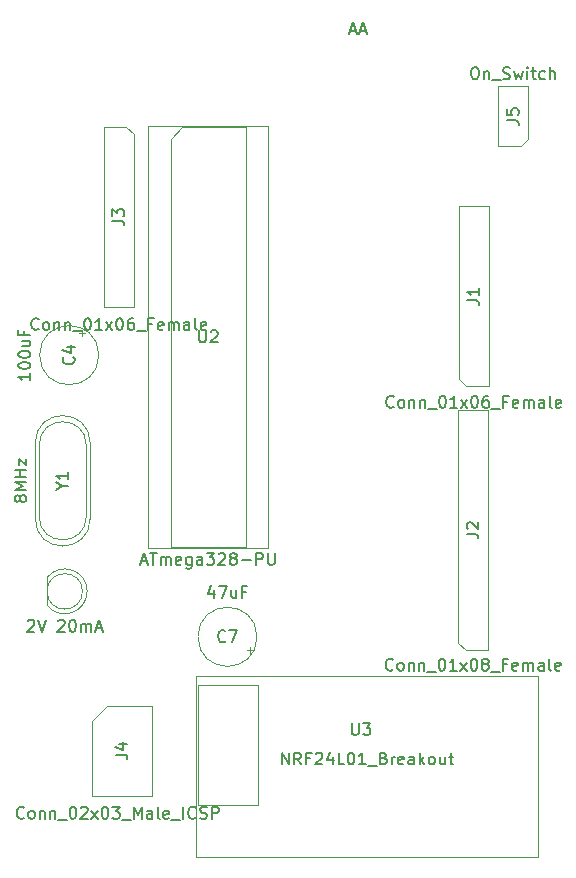
<source format=gbr>
G04 #@! TF.GenerationSoftware,KiCad,Pcbnew,5.0.1-33cea8e~68~ubuntu18.04.1*
G04 #@! TF.CreationDate,2018-11-21T16:18:05-05:00*
G04 #@! TF.ProjectId,samn,73616D6E2E6B696361645F7063620000,5*
G04 #@! TF.SameCoordinates,Original*
G04 #@! TF.FileFunction,Other,Fab,Top*
%FSLAX46Y46*%
G04 Gerber Fmt 4.6, Leading zero omitted, Abs format (unit mm)*
G04 Created by KiCad (PCBNEW 5.0.1-33cea8e~68~ubuntu18.04.1) date Wed 21 Nov 2018 04:18:05 PM EST*
%MOMM*%
%LPD*%
G01*
G04 APERTURE LIST*
%ADD10C,0.100000*%
%ADD11C,0.150000*%
G04 APERTURE END LIST*
D10*
G04 #@! TO.C,J5*
X64285000Y-30620000D02*
X62380000Y-30620000D01*
X62380000Y-30620000D02*
X62380000Y-25540000D01*
X62380000Y-25540000D02*
X64920000Y-25540000D01*
X64920000Y-25540000D02*
X64920000Y-29985000D01*
X64920000Y-29985000D02*
X64285000Y-30620000D01*
G04 #@! TO.C,U3*
X36750000Y-75500000D02*
X65750000Y-75500000D01*
X65750000Y-75500000D02*
X65750000Y-90750000D01*
X65750000Y-90750000D02*
X36750000Y-90750000D01*
X36750000Y-90750000D02*
X36750000Y-75500000D01*
X36750000Y-75500000D02*
X36750000Y-75500000D01*
X36980000Y-76230000D02*
X42060000Y-76230000D01*
X42060000Y-76230000D02*
X42060000Y-86390000D01*
X42060000Y-86390000D02*
X36980000Y-86390000D01*
X36980000Y-86390000D02*
X36980000Y-76230000D01*
X36980000Y-76230000D02*
X36980000Y-76230000D01*
G04 #@! TO.C,J4*
X27980000Y-79250000D02*
X29250000Y-77980000D01*
X27980000Y-85600000D02*
X27980000Y-79250000D01*
X33060000Y-85600000D02*
X27980000Y-85600000D01*
X33060000Y-77980000D02*
X33060000Y-85600000D01*
X29250000Y-77980000D02*
X33060000Y-77980000D01*
G04 #@! TO.C,LED_I1*
X24170000Y-67133810D02*
X24170000Y-69466190D01*
X27170000Y-68300000D02*
G75*
G03X27170000Y-68300000I-1500000J0D01*
G01*
X24169445Y-69465476D02*
G75*
G03X24170000Y-67133810I1500555J1165476D01*
G01*
G04 #@! TO.C,Y1*
X23500000Y-61940000D02*
G75*
G03X27500000Y-61940000I2000000J0D01*
G01*
X23500000Y-55940000D02*
G75*
G02X27500000Y-55940000I2000000J0D01*
G01*
X23175000Y-62140000D02*
G75*
G03X27825000Y-62140000I2325000J0D01*
G01*
X23175000Y-55740000D02*
G75*
G02X27825000Y-55740000I2325000J0D01*
G01*
X23500000Y-55940000D02*
X23500000Y-61940000D01*
X27500000Y-55940000D02*
X27500000Y-61940000D01*
X23175000Y-55740000D02*
X23175000Y-62140000D01*
X27825000Y-55740000D02*
X27825000Y-62140000D01*
G04 #@! TO.C,C4*
X27387500Y-46416395D02*
X26887500Y-46416395D01*
X27137500Y-46166395D02*
X27137500Y-46666395D01*
X28550000Y-48300000D02*
G75*
G03X28550000Y-48300000I-2500000J0D01*
G01*
G04 #@! TO.C,C7*
X41333605Y-73487500D02*
X41333605Y-72987500D01*
X41583605Y-73237500D02*
X41083605Y-73237500D01*
X41950000Y-72150000D02*
G75*
G03X41950000Y-72150000I-2500000J0D01*
G01*
G04 #@! TO.C,J1*
X61570000Y-35680000D02*
X61570000Y-50920000D01*
X59030000Y-35680000D02*
X61570000Y-35680000D01*
X59030000Y-50285000D02*
X59030000Y-35680000D01*
X59665000Y-50920000D02*
X59030000Y-50285000D01*
X61570000Y-50920000D02*
X59665000Y-50920000D01*
G04 #@! TO.C,J3*
X28980000Y-44220000D02*
X28980000Y-28980000D01*
X31520000Y-44220000D02*
X28980000Y-44220000D01*
X31520000Y-29615000D02*
X31520000Y-44220000D01*
X30885000Y-28980000D02*
X31520000Y-29615000D01*
X28980000Y-28980000D02*
X30885000Y-28980000D01*
G04 #@! TO.C,J2*
X61520000Y-52950000D02*
X61520000Y-73270000D01*
X58980000Y-52950000D02*
X61520000Y-52950000D01*
X58980000Y-72635000D02*
X58980000Y-52950000D01*
X59615000Y-73270000D02*
X58980000Y-72635000D01*
X61520000Y-73270000D02*
X59615000Y-73270000D01*
G04 #@! TO.C,U2*
X42890000Y-28920000D02*
X32730000Y-28920000D01*
X42890000Y-64600000D02*
X42890000Y-28920000D01*
X32730000Y-64600000D02*
X42890000Y-64600000D01*
X32730000Y-28920000D02*
X32730000Y-64600000D01*
X34635000Y-29980000D02*
X35635000Y-28980000D01*
X34635000Y-64540000D02*
X34635000Y-29980000D01*
X40985000Y-64540000D02*
X34635000Y-64540000D01*
X40985000Y-28980000D02*
X40985000Y-64540000D01*
X35635000Y-28980000D02*
X40985000Y-28980000D01*
G04 #@! TD*
G04 #@! TO.C,J5*
D11*
X60316666Y-23932380D02*
X60507142Y-23932380D01*
X60602380Y-23980000D01*
X60697619Y-24075238D01*
X60745238Y-24265714D01*
X60745238Y-24599047D01*
X60697619Y-24789523D01*
X60602380Y-24884761D01*
X60507142Y-24932380D01*
X60316666Y-24932380D01*
X60221428Y-24884761D01*
X60126190Y-24789523D01*
X60078571Y-24599047D01*
X60078571Y-24265714D01*
X60126190Y-24075238D01*
X60221428Y-23980000D01*
X60316666Y-23932380D01*
X61173809Y-24265714D02*
X61173809Y-24932380D01*
X61173809Y-24360952D02*
X61221428Y-24313333D01*
X61316666Y-24265714D01*
X61459523Y-24265714D01*
X61554761Y-24313333D01*
X61602380Y-24408571D01*
X61602380Y-24932380D01*
X61840476Y-25027619D02*
X62602380Y-25027619D01*
X62792857Y-24884761D02*
X62935714Y-24932380D01*
X63173809Y-24932380D01*
X63269047Y-24884761D01*
X63316666Y-24837142D01*
X63364285Y-24741904D01*
X63364285Y-24646666D01*
X63316666Y-24551428D01*
X63269047Y-24503809D01*
X63173809Y-24456190D01*
X62983333Y-24408571D01*
X62888095Y-24360952D01*
X62840476Y-24313333D01*
X62792857Y-24218095D01*
X62792857Y-24122857D01*
X62840476Y-24027619D01*
X62888095Y-23980000D01*
X62983333Y-23932380D01*
X63221428Y-23932380D01*
X63364285Y-23980000D01*
X63697619Y-24265714D02*
X63888095Y-24932380D01*
X64078571Y-24456190D01*
X64269047Y-24932380D01*
X64459523Y-24265714D01*
X64840476Y-24932380D02*
X64840476Y-24265714D01*
X64840476Y-23932380D02*
X64792857Y-23980000D01*
X64840476Y-24027619D01*
X64888095Y-23980000D01*
X64840476Y-23932380D01*
X64840476Y-24027619D01*
X65173809Y-24265714D02*
X65554761Y-24265714D01*
X65316666Y-23932380D02*
X65316666Y-24789523D01*
X65364285Y-24884761D01*
X65459523Y-24932380D01*
X65554761Y-24932380D01*
X66316666Y-24884761D02*
X66221428Y-24932380D01*
X66030952Y-24932380D01*
X65935714Y-24884761D01*
X65888095Y-24837142D01*
X65840476Y-24741904D01*
X65840476Y-24456190D01*
X65888095Y-24360952D01*
X65935714Y-24313333D01*
X66030952Y-24265714D01*
X66221428Y-24265714D01*
X66316666Y-24313333D01*
X66745238Y-24932380D02*
X66745238Y-23932380D01*
X67173809Y-24932380D02*
X67173809Y-24408571D01*
X67126190Y-24313333D01*
X67030952Y-24265714D01*
X66888095Y-24265714D01*
X66792857Y-24313333D01*
X66745238Y-24360952D01*
X63102380Y-28413333D02*
X63816666Y-28413333D01*
X63959523Y-28460952D01*
X64054761Y-28556190D01*
X64102380Y-28699047D01*
X64102380Y-28794285D01*
X63102380Y-27460952D02*
X63102380Y-27937142D01*
X63578571Y-27984761D01*
X63530952Y-27937142D01*
X63483333Y-27841904D01*
X63483333Y-27603809D01*
X63530952Y-27508571D01*
X63578571Y-27460952D01*
X63673809Y-27413333D01*
X63911904Y-27413333D01*
X64007142Y-27460952D01*
X64054761Y-27508571D01*
X64102380Y-27603809D01*
X64102380Y-27841904D01*
X64054761Y-27937142D01*
X64007142Y-27984761D01*
G04 #@! TO.C,U3*
X44059523Y-82952380D02*
X44059523Y-81952380D01*
X44630952Y-82952380D01*
X44630952Y-81952380D01*
X45678571Y-82952380D02*
X45345238Y-82476190D01*
X45107142Y-82952380D02*
X45107142Y-81952380D01*
X45488095Y-81952380D01*
X45583333Y-82000000D01*
X45630952Y-82047619D01*
X45678571Y-82142857D01*
X45678571Y-82285714D01*
X45630952Y-82380952D01*
X45583333Y-82428571D01*
X45488095Y-82476190D01*
X45107142Y-82476190D01*
X46440476Y-82428571D02*
X46107142Y-82428571D01*
X46107142Y-82952380D02*
X46107142Y-81952380D01*
X46583333Y-81952380D01*
X46916666Y-82047619D02*
X46964285Y-82000000D01*
X47059523Y-81952380D01*
X47297619Y-81952380D01*
X47392857Y-82000000D01*
X47440476Y-82047619D01*
X47488095Y-82142857D01*
X47488095Y-82238095D01*
X47440476Y-82380952D01*
X46869047Y-82952380D01*
X47488095Y-82952380D01*
X48345238Y-82285714D02*
X48345238Y-82952380D01*
X48107142Y-81904761D02*
X47869047Y-82619047D01*
X48488095Y-82619047D01*
X49345238Y-82952380D02*
X48869047Y-82952380D01*
X48869047Y-81952380D01*
X49869047Y-81952380D02*
X49964285Y-81952380D01*
X50059523Y-82000000D01*
X50107142Y-82047619D01*
X50154761Y-82142857D01*
X50202380Y-82333333D01*
X50202380Y-82571428D01*
X50154761Y-82761904D01*
X50107142Y-82857142D01*
X50059523Y-82904761D01*
X49964285Y-82952380D01*
X49869047Y-82952380D01*
X49773809Y-82904761D01*
X49726190Y-82857142D01*
X49678571Y-82761904D01*
X49630952Y-82571428D01*
X49630952Y-82333333D01*
X49678571Y-82142857D01*
X49726190Y-82047619D01*
X49773809Y-82000000D01*
X49869047Y-81952380D01*
X51154761Y-82952380D02*
X50583333Y-82952380D01*
X50869047Y-82952380D02*
X50869047Y-81952380D01*
X50773809Y-82095238D01*
X50678571Y-82190476D01*
X50583333Y-82238095D01*
X51345238Y-83047619D02*
X52107142Y-83047619D01*
X52678571Y-82428571D02*
X52821428Y-82476190D01*
X52869047Y-82523809D01*
X52916666Y-82619047D01*
X52916666Y-82761904D01*
X52869047Y-82857142D01*
X52821428Y-82904761D01*
X52726190Y-82952380D01*
X52345238Y-82952380D01*
X52345238Y-81952380D01*
X52678571Y-81952380D01*
X52773809Y-82000000D01*
X52821428Y-82047619D01*
X52869047Y-82142857D01*
X52869047Y-82238095D01*
X52821428Y-82333333D01*
X52773809Y-82380952D01*
X52678571Y-82428571D01*
X52345238Y-82428571D01*
X53345238Y-82952380D02*
X53345238Y-82285714D01*
X53345238Y-82476190D02*
X53392857Y-82380952D01*
X53440476Y-82333333D01*
X53535714Y-82285714D01*
X53630952Y-82285714D01*
X54345238Y-82904761D02*
X54250000Y-82952380D01*
X54059523Y-82952380D01*
X53964285Y-82904761D01*
X53916666Y-82809523D01*
X53916666Y-82428571D01*
X53964285Y-82333333D01*
X54059523Y-82285714D01*
X54250000Y-82285714D01*
X54345238Y-82333333D01*
X54392857Y-82428571D01*
X54392857Y-82523809D01*
X53916666Y-82619047D01*
X55249999Y-82952380D02*
X55249999Y-82428571D01*
X55202380Y-82333333D01*
X55107142Y-82285714D01*
X54916666Y-82285714D01*
X54821428Y-82333333D01*
X55249999Y-82904761D02*
X55154761Y-82952380D01*
X54916666Y-82952380D01*
X54821428Y-82904761D01*
X54773809Y-82809523D01*
X54773809Y-82714285D01*
X54821428Y-82619047D01*
X54916666Y-82571428D01*
X55154761Y-82571428D01*
X55249999Y-82523809D01*
X55726190Y-82952380D02*
X55726190Y-81952380D01*
X55821428Y-82571428D02*
X56107142Y-82952380D01*
X56107142Y-82285714D02*
X55726190Y-82666666D01*
X56678571Y-82952380D02*
X56583333Y-82904761D01*
X56535714Y-82857142D01*
X56488095Y-82761904D01*
X56488095Y-82476190D01*
X56535714Y-82380952D01*
X56583333Y-82333333D01*
X56678571Y-82285714D01*
X56821428Y-82285714D01*
X56916666Y-82333333D01*
X56964285Y-82380952D01*
X57011904Y-82476190D01*
X57011904Y-82761904D01*
X56964285Y-82857142D01*
X56916666Y-82904761D01*
X56821428Y-82952380D01*
X56678571Y-82952380D01*
X57869047Y-82285714D02*
X57869047Y-82952380D01*
X57440476Y-82285714D02*
X57440476Y-82809523D01*
X57488095Y-82904761D01*
X57583333Y-82952380D01*
X57726190Y-82952380D01*
X57821428Y-82904761D01*
X57869047Y-82857142D01*
X58202380Y-82285714D02*
X58583333Y-82285714D01*
X58345238Y-81952380D02*
X58345238Y-82809523D01*
X58392857Y-82904761D01*
X58488095Y-82952380D01*
X58583333Y-82952380D01*
X49988095Y-79452380D02*
X49988095Y-80261904D01*
X50035714Y-80357142D01*
X50083333Y-80404761D01*
X50178571Y-80452380D01*
X50369047Y-80452380D01*
X50464285Y-80404761D01*
X50511904Y-80357142D01*
X50559523Y-80261904D01*
X50559523Y-79452380D01*
X50940476Y-79452380D02*
X51559523Y-79452380D01*
X51226190Y-79833333D01*
X51369047Y-79833333D01*
X51464285Y-79880952D01*
X51511904Y-79928571D01*
X51559523Y-80023809D01*
X51559523Y-80261904D01*
X51511904Y-80357142D01*
X51464285Y-80404761D01*
X51369047Y-80452380D01*
X51083333Y-80452380D01*
X50988095Y-80404761D01*
X50940476Y-80357142D01*
G04 #@! TO.C,J4*
X22221428Y-87457142D02*
X22173809Y-87504761D01*
X22030952Y-87552380D01*
X21935714Y-87552380D01*
X21792857Y-87504761D01*
X21697619Y-87409523D01*
X21650000Y-87314285D01*
X21602380Y-87123809D01*
X21602380Y-86980952D01*
X21650000Y-86790476D01*
X21697619Y-86695238D01*
X21792857Y-86600000D01*
X21935714Y-86552380D01*
X22030952Y-86552380D01*
X22173809Y-86600000D01*
X22221428Y-86647619D01*
X22792857Y-87552380D02*
X22697619Y-87504761D01*
X22650000Y-87457142D01*
X22602380Y-87361904D01*
X22602380Y-87076190D01*
X22650000Y-86980952D01*
X22697619Y-86933333D01*
X22792857Y-86885714D01*
X22935714Y-86885714D01*
X23030952Y-86933333D01*
X23078571Y-86980952D01*
X23126190Y-87076190D01*
X23126190Y-87361904D01*
X23078571Y-87457142D01*
X23030952Y-87504761D01*
X22935714Y-87552380D01*
X22792857Y-87552380D01*
X23554761Y-86885714D02*
X23554761Y-87552380D01*
X23554761Y-86980952D02*
X23602380Y-86933333D01*
X23697619Y-86885714D01*
X23840476Y-86885714D01*
X23935714Y-86933333D01*
X23983333Y-87028571D01*
X23983333Y-87552380D01*
X24459523Y-86885714D02*
X24459523Y-87552380D01*
X24459523Y-86980952D02*
X24507142Y-86933333D01*
X24602380Y-86885714D01*
X24745238Y-86885714D01*
X24840476Y-86933333D01*
X24888095Y-87028571D01*
X24888095Y-87552380D01*
X25126190Y-87647619D02*
X25888095Y-87647619D01*
X26316666Y-86552380D02*
X26411904Y-86552380D01*
X26507142Y-86600000D01*
X26554761Y-86647619D01*
X26602380Y-86742857D01*
X26650000Y-86933333D01*
X26650000Y-87171428D01*
X26602380Y-87361904D01*
X26554761Y-87457142D01*
X26507142Y-87504761D01*
X26411904Y-87552380D01*
X26316666Y-87552380D01*
X26221428Y-87504761D01*
X26173809Y-87457142D01*
X26126190Y-87361904D01*
X26078571Y-87171428D01*
X26078571Y-86933333D01*
X26126190Y-86742857D01*
X26173809Y-86647619D01*
X26221428Y-86600000D01*
X26316666Y-86552380D01*
X27030952Y-86647619D02*
X27078571Y-86600000D01*
X27173809Y-86552380D01*
X27411904Y-86552380D01*
X27507142Y-86600000D01*
X27554761Y-86647619D01*
X27602380Y-86742857D01*
X27602380Y-86838095D01*
X27554761Y-86980952D01*
X26983333Y-87552380D01*
X27602380Y-87552380D01*
X27935714Y-87552380D02*
X28459523Y-86885714D01*
X27935714Y-86885714D02*
X28459523Y-87552380D01*
X29030952Y-86552380D02*
X29126190Y-86552380D01*
X29221428Y-86600000D01*
X29269047Y-86647619D01*
X29316666Y-86742857D01*
X29364285Y-86933333D01*
X29364285Y-87171428D01*
X29316666Y-87361904D01*
X29269047Y-87457142D01*
X29221428Y-87504761D01*
X29126190Y-87552380D01*
X29030952Y-87552380D01*
X28935714Y-87504761D01*
X28888095Y-87457142D01*
X28840476Y-87361904D01*
X28792857Y-87171428D01*
X28792857Y-86933333D01*
X28840476Y-86742857D01*
X28888095Y-86647619D01*
X28935714Y-86600000D01*
X29030952Y-86552380D01*
X29697619Y-86552380D02*
X30316666Y-86552380D01*
X29983333Y-86933333D01*
X30126190Y-86933333D01*
X30221428Y-86980952D01*
X30269047Y-87028571D01*
X30316666Y-87123809D01*
X30316666Y-87361904D01*
X30269047Y-87457142D01*
X30221428Y-87504761D01*
X30126190Y-87552380D01*
X29840476Y-87552380D01*
X29745238Y-87504761D01*
X29697619Y-87457142D01*
X30507142Y-87647619D02*
X31269047Y-87647619D01*
X31507142Y-87552380D02*
X31507142Y-86552380D01*
X31840476Y-87266666D01*
X32173809Y-86552380D01*
X32173809Y-87552380D01*
X33078571Y-87552380D02*
X33078571Y-87028571D01*
X33030952Y-86933333D01*
X32935714Y-86885714D01*
X32745238Y-86885714D01*
X32650000Y-86933333D01*
X33078571Y-87504761D02*
X32983333Y-87552380D01*
X32745238Y-87552380D01*
X32650000Y-87504761D01*
X32602380Y-87409523D01*
X32602380Y-87314285D01*
X32650000Y-87219047D01*
X32745238Y-87171428D01*
X32983333Y-87171428D01*
X33078571Y-87123809D01*
X33697619Y-87552380D02*
X33602380Y-87504761D01*
X33554761Y-87409523D01*
X33554761Y-86552380D01*
X34459523Y-87504761D02*
X34364285Y-87552380D01*
X34173809Y-87552380D01*
X34078571Y-87504761D01*
X34030952Y-87409523D01*
X34030952Y-87028571D01*
X34078571Y-86933333D01*
X34173809Y-86885714D01*
X34364285Y-86885714D01*
X34459523Y-86933333D01*
X34507142Y-87028571D01*
X34507142Y-87123809D01*
X34030952Y-87219047D01*
X34697619Y-87647619D02*
X35459523Y-87647619D01*
X35697619Y-87552380D02*
X35697619Y-86552380D01*
X36745238Y-87457142D02*
X36697619Y-87504761D01*
X36554761Y-87552380D01*
X36459523Y-87552380D01*
X36316666Y-87504761D01*
X36221428Y-87409523D01*
X36173809Y-87314285D01*
X36126190Y-87123809D01*
X36126190Y-86980952D01*
X36173809Y-86790476D01*
X36221428Y-86695238D01*
X36316666Y-86600000D01*
X36459523Y-86552380D01*
X36554761Y-86552380D01*
X36697619Y-86600000D01*
X36745238Y-86647619D01*
X37126190Y-87504761D02*
X37269047Y-87552380D01*
X37507142Y-87552380D01*
X37602380Y-87504761D01*
X37650000Y-87457142D01*
X37697619Y-87361904D01*
X37697619Y-87266666D01*
X37650000Y-87171428D01*
X37602380Y-87123809D01*
X37507142Y-87076190D01*
X37316666Y-87028571D01*
X37221428Y-86980952D01*
X37173809Y-86933333D01*
X37126190Y-86838095D01*
X37126190Y-86742857D01*
X37173809Y-86647619D01*
X37221428Y-86600000D01*
X37316666Y-86552380D01*
X37554761Y-86552380D01*
X37697619Y-86600000D01*
X38126190Y-87552380D02*
X38126190Y-86552380D01*
X38507142Y-86552380D01*
X38602380Y-86600000D01*
X38650000Y-86647619D01*
X38697619Y-86742857D01*
X38697619Y-86885714D01*
X38650000Y-86980952D01*
X38602380Y-87028571D01*
X38507142Y-87076190D01*
X38126190Y-87076190D01*
X29972380Y-82123333D02*
X30686666Y-82123333D01*
X30829523Y-82170952D01*
X30924761Y-82266190D01*
X30972380Y-82409047D01*
X30972380Y-82504285D01*
X30305714Y-81218571D02*
X30972380Y-81218571D01*
X29924761Y-81456666D02*
X30639047Y-81694761D01*
X30639047Y-81075714D01*
G04 #@! TO.C,LED_I1*
X22527142Y-70807619D02*
X22574761Y-70760000D01*
X22670000Y-70712380D01*
X22908095Y-70712380D01*
X23003333Y-70760000D01*
X23050952Y-70807619D01*
X23098571Y-70902857D01*
X23098571Y-70998095D01*
X23050952Y-71140952D01*
X22479523Y-71712380D01*
X23098571Y-71712380D01*
X23384285Y-70712380D02*
X23717619Y-71712380D01*
X24050952Y-70712380D01*
X25098571Y-70807619D02*
X25146190Y-70760000D01*
X25241428Y-70712380D01*
X25479523Y-70712380D01*
X25574761Y-70760000D01*
X25622380Y-70807619D01*
X25670000Y-70902857D01*
X25670000Y-70998095D01*
X25622380Y-71140952D01*
X25050952Y-71712380D01*
X25670000Y-71712380D01*
X26289047Y-70712380D02*
X26384285Y-70712380D01*
X26479523Y-70760000D01*
X26527142Y-70807619D01*
X26574761Y-70902857D01*
X26622380Y-71093333D01*
X26622380Y-71331428D01*
X26574761Y-71521904D01*
X26527142Y-71617142D01*
X26479523Y-71664761D01*
X26384285Y-71712380D01*
X26289047Y-71712380D01*
X26193809Y-71664761D01*
X26146190Y-71617142D01*
X26098571Y-71521904D01*
X26050952Y-71331428D01*
X26050952Y-71093333D01*
X26098571Y-70902857D01*
X26146190Y-70807619D01*
X26193809Y-70760000D01*
X26289047Y-70712380D01*
X27050952Y-71712380D02*
X27050952Y-71045714D01*
X27050952Y-71140952D02*
X27098571Y-71093333D01*
X27193809Y-71045714D01*
X27336666Y-71045714D01*
X27431904Y-71093333D01*
X27479523Y-71188571D01*
X27479523Y-71712380D01*
X27479523Y-71188571D02*
X27527142Y-71093333D01*
X27622380Y-71045714D01*
X27765238Y-71045714D01*
X27860476Y-71093333D01*
X27908095Y-71188571D01*
X27908095Y-71712380D01*
X28336666Y-71426666D02*
X28812857Y-71426666D01*
X28241428Y-71712380D02*
X28574761Y-70712380D01*
X28908095Y-71712380D01*
G04 #@! TO.C,V1*
X49833333Y-20816666D02*
X50309523Y-20816666D01*
X49738095Y-21102380D02*
X50071428Y-20102380D01*
X50404761Y-21102380D01*
X50690476Y-20816666D02*
X51166666Y-20816666D01*
X50595238Y-21102380D02*
X50928571Y-20102380D01*
X51261904Y-21102380D01*
G04 #@! TO.C,Y1*
X21855952Y-60535238D02*
X21808333Y-60630476D01*
X21760714Y-60678095D01*
X21665476Y-60725714D01*
X21617857Y-60725714D01*
X21522619Y-60678095D01*
X21475000Y-60630476D01*
X21427380Y-60535238D01*
X21427380Y-60344761D01*
X21475000Y-60249523D01*
X21522619Y-60201904D01*
X21617857Y-60154285D01*
X21665476Y-60154285D01*
X21760714Y-60201904D01*
X21808333Y-60249523D01*
X21855952Y-60344761D01*
X21855952Y-60535238D01*
X21903571Y-60630476D01*
X21951190Y-60678095D01*
X22046428Y-60725714D01*
X22236904Y-60725714D01*
X22332142Y-60678095D01*
X22379761Y-60630476D01*
X22427380Y-60535238D01*
X22427380Y-60344761D01*
X22379761Y-60249523D01*
X22332142Y-60201904D01*
X22236904Y-60154285D01*
X22046428Y-60154285D01*
X21951190Y-60201904D01*
X21903571Y-60249523D01*
X21855952Y-60344761D01*
X22427380Y-59725714D02*
X21427380Y-59725714D01*
X22141666Y-59392380D01*
X21427380Y-59059047D01*
X22427380Y-59059047D01*
X22427380Y-58582857D02*
X21427380Y-58582857D01*
X21903571Y-58582857D02*
X21903571Y-58011428D01*
X22427380Y-58011428D02*
X21427380Y-58011428D01*
X21760714Y-57630476D02*
X21760714Y-57106666D01*
X22427380Y-57630476D01*
X22427380Y-57106666D01*
X25476190Y-59416190D02*
X25952380Y-59416190D01*
X24952380Y-59749523D02*
X25476190Y-59416190D01*
X24952380Y-59082857D01*
X25952380Y-58225714D02*
X25952380Y-58797142D01*
X25952380Y-58511428D02*
X24952380Y-58511428D01*
X25095238Y-58606666D01*
X25190476Y-58701904D01*
X25238095Y-58797142D01*
G04 #@! TO.C,C4*
X22752380Y-49847619D02*
X22752380Y-50419047D01*
X22752380Y-50133333D02*
X21752380Y-50133333D01*
X21895238Y-50228571D01*
X21990476Y-50323809D01*
X22038095Y-50419047D01*
X21752380Y-49228571D02*
X21752380Y-49133333D01*
X21800000Y-49038095D01*
X21847619Y-48990476D01*
X21942857Y-48942857D01*
X22133333Y-48895238D01*
X22371428Y-48895238D01*
X22561904Y-48942857D01*
X22657142Y-48990476D01*
X22704761Y-49038095D01*
X22752380Y-49133333D01*
X22752380Y-49228571D01*
X22704761Y-49323809D01*
X22657142Y-49371428D01*
X22561904Y-49419047D01*
X22371428Y-49466666D01*
X22133333Y-49466666D01*
X21942857Y-49419047D01*
X21847619Y-49371428D01*
X21800000Y-49323809D01*
X21752380Y-49228571D01*
X21752380Y-48276190D02*
X21752380Y-48180952D01*
X21800000Y-48085714D01*
X21847619Y-48038095D01*
X21942857Y-47990476D01*
X22133333Y-47942857D01*
X22371428Y-47942857D01*
X22561904Y-47990476D01*
X22657142Y-48038095D01*
X22704761Y-48085714D01*
X22752380Y-48180952D01*
X22752380Y-48276190D01*
X22704761Y-48371428D01*
X22657142Y-48419047D01*
X22561904Y-48466666D01*
X22371428Y-48514285D01*
X22133333Y-48514285D01*
X21942857Y-48466666D01*
X21847619Y-48419047D01*
X21800000Y-48371428D01*
X21752380Y-48276190D01*
X22085714Y-47085714D02*
X22752380Y-47085714D01*
X22085714Y-47514285D02*
X22609523Y-47514285D01*
X22704761Y-47466666D01*
X22752380Y-47371428D01*
X22752380Y-47228571D01*
X22704761Y-47133333D01*
X22657142Y-47085714D01*
X22228571Y-46276190D02*
X22228571Y-46609523D01*
X22752380Y-46609523D02*
X21752380Y-46609523D01*
X21752380Y-46133333D01*
X26407142Y-48466666D02*
X26454761Y-48514285D01*
X26502380Y-48657142D01*
X26502380Y-48752380D01*
X26454761Y-48895238D01*
X26359523Y-48990476D01*
X26264285Y-49038095D01*
X26073809Y-49085714D01*
X25930952Y-49085714D01*
X25740476Y-49038095D01*
X25645238Y-48990476D01*
X25550000Y-48895238D01*
X25502380Y-48752380D01*
X25502380Y-48657142D01*
X25550000Y-48514285D01*
X25597619Y-48466666D01*
X25835714Y-47609523D02*
X26502380Y-47609523D01*
X25454761Y-47847619D02*
X26169047Y-48085714D01*
X26169047Y-47466666D01*
G04 #@! TO.C,C7*
X38283333Y-68185714D02*
X38283333Y-68852380D01*
X38045238Y-67804761D02*
X37807142Y-68519047D01*
X38426190Y-68519047D01*
X38711904Y-67852380D02*
X39378571Y-67852380D01*
X38950000Y-68852380D01*
X40188095Y-68185714D02*
X40188095Y-68852380D01*
X39759523Y-68185714D02*
X39759523Y-68709523D01*
X39807142Y-68804761D01*
X39902380Y-68852380D01*
X40045238Y-68852380D01*
X40140476Y-68804761D01*
X40188095Y-68757142D01*
X40997619Y-68328571D02*
X40664285Y-68328571D01*
X40664285Y-68852380D02*
X40664285Y-67852380D01*
X41140476Y-67852380D01*
X39283333Y-72507142D02*
X39235714Y-72554761D01*
X39092857Y-72602380D01*
X38997619Y-72602380D01*
X38854761Y-72554761D01*
X38759523Y-72459523D01*
X38711904Y-72364285D01*
X38664285Y-72173809D01*
X38664285Y-72030952D01*
X38711904Y-71840476D01*
X38759523Y-71745238D01*
X38854761Y-71650000D01*
X38997619Y-71602380D01*
X39092857Y-71602380D01*
X39235714Y-71650000D01*
X39283333Y-71697619D01*
X39616666Y-71602380D02*
X40283333Y-71602380D01*
X39854761Y-72602380D01*
G04 #@! TO.C,J1*
X53514285Y-52657142D02*
X53466666Y-52704761D01*
X53323809Y-52752380D01*
X53228571Y-52752380D01*
X53085714Y-52704761D01*
X52990476Y-52609523D01*
X52942857Y-52514285D01*
X52895238Y-52323809D01*
X52895238Y-52180952D01*
X52942857Y-51990476D01*
X52990476Y-51895238D01*
X53085714Y-51800000D01*
X53228571Y-51752380D01*
X53323809Y-51752380D01*
X53466666Y-51800000D01*
X53514285Y-51847619D01*
X54085714Y-52752380D02*
X53990476Y-52704761D01*
X53942857Y-52657142D01*
X53895238Y-52561904D01*
X53895238Y-52276190D01*
X53942857Y-52180952D01*
X53990476Y-52133333D01*
X54085714Y-52085714D01*
X54228571Y-52085714D01*
X54323809Y-52133333D01*
X54371428Y-52180952D01*
X54419047Y-52276190D01*
X54419047Y-52561904D01*
X54371428Y-52657142D01*
X54323809Y-52704761D01*
X54228571Y-52752380D01*
X54085714Y-52752380D01*
X54847619Y-52085714D02*
X54847619Y-52752380D01*
X54847619Y-52180952D02*
X54895238Y-52133333D01*
X54990476Y-52085714D01*
X55133333Y-52085714D01*
X55228571Y-52133333D01*
X55276190Y-52228571D01*
X55276190Y-52752380D01*
X55752380Y-52085714D02*
X55752380Y-52752380D01*
X55752380Y-52180952D02*
X55800000Y-52133333D01*
X55895238Y-52085714D01*
X56038095Y-52085714D01*
X56133333Y-52133333D01*
X56180952Y-52228571D01*
X56180952Y-52752380D01*
X56419047Y-52847619D02*
X57180952Y-52847619D01*
X57609523Y-51752380D02*
X57704761Y-51752380D01*
X57800000Y-51800000D01*
X57847619Y-51847619D01*
X57895238Y-51942857D01*
X57942857Y-52133333D01*
X57942857Y-52371428D01*
X57895238Y-52561904D01*
X57847619Y-52657142D01*
X57800000Y-52704761D01*
X57704761Y-52752380D01*
X57609523Y-52752380D01*
X57514285Y-52704761D01*
X57466666Y-52657142D01*
X57419047Y-52561904D01*
X57371428Y-52371428D01*
X57371428Y-52133333D01*
X57419047Y-51942857D01*
X57466666Y-51847619D01*
X57514285Y-51800000D01*
X57609523Y-51752380D01*
X58895238Y-52752380D02*
X58323809Y-52752380D01*
X58609523Y-52752380D02*
X58609523Y-51752380D01*
X58514285Y-51895238D01*
X58419047Y-51990476D01*
X58323809Y-52038095D01*
X59228571Y-52752380D02*
X59752380Y-52085714D01*
X59228571Y-52085714D02*
X59752380Y-52752380D01*
X60323809Y-51752380D02*
X60419047Y-51752380D01*
X60514285Y-51800000D01*
X60561904Y-51847619D01*
X60609523Y-51942857D01*
X60657142Y-52133333D01*
X60657142Y-52371428D01*
X60609523Y-52561904D01*
X60561904Y-52657142D01*
X60514285Y-52704761D01*
X60419047Y-52752380D01*
X60323809Y-52752380D01*
X60228571Y-52704761D01*
X60180952Y-52657142D01*
X60133333Y-52561904D01*
X60085714Y-52371428D01*
X60085714Y-52133333D01*
X60133333Y-51942857D01*
X60180952Y-51847619D01*
X60228571Y-51800000D01*
X60323809Y-51752380D01*
X61514285Y-51752380D02*
X61323809Y-51752380D01*
X61228571Y-51800000D01*
X61180952Y-51847619D01*
X61085714Y-51990476D01*
X61038095Y-52180952D01*
X61038095Y-52561904D01*
X61085714Y-52657142D01*
X61133333Y-52704761D01*
X61228571Y-52752380D01*
X61419047Y-52752380D01*
X61514285Y-52704761D01*
X61561904Y-52657142D01*
X61609523Y-52561904D01*
X61609523Y-52323809D01*
X61561904Y-52228571D01*
X61514285Y-52180952D01*
X61419047Y-52133333D01*
X61228571Y-52133333D01*
X61133333Y-52180952D01*
X61085714Y-52228571D01*
X61038095Y-52323809D01*
X61800000Y-52847619D02*
X62561904Y-52847619D01*
X63133333Y-52228571D02*
X62800000Y-52228571D01*
X62800000Y-52752380D02*
X62800000Y-51752380D01*
X63276190Y-51752380D01*
X64038095Y-52704761D02*
X63942857Y-52752380D01*
X63752380Y-52752380D01*
X63657142Y-52704761D01*
X63609523Y-52609523D01*
X63609523Y-52228571D01*
X63657142Y-52133333D01*
X63752380Y-52085714D01*
X63942857Y-52085714D01*
X64038095Y-52133333D01*
X64085714Y-52228571D01*
X64085714Y-52323809D01*
X63609523Y-52419047D01*
X64514285Y-52752380D02*
X64514285Y-52085714D01*
X64514285Y-52180952D02*
X64561904Y-52133333D01*
X64657142Y-52085714D01*
X64800000Y-52085714D01*
X64895238Y-52133333D01*
X64942857Y-52228571D01*
X64942857Y-52752380D01*
X64942857Y-52228571D02*
X64990476Y-52133333D01*
X65085714Y-52085714D01*
X65228571Y-52085714D01*
X65323809Y-52133333D01*
X65371428Y-52228571D01*
X65371428Y-52752380D01*
X66276190Y-52752380D02*
X66276190Y-52228571D01*
X66228571Y-52133333D01*
X66133333Y-52085714D01*
X65942857Y-52085714D01*
X65847619Y-52133333D01*
X66276190Y-52704761D02*
X66180952Y-52752380D01*
X65942857Y-52752380D01*
X65847619Y-52704761D01*
X65800000Y-52609523D01*
X65800000Y-52514285D01*
X65847619Y-52419047D01*
X65942857Y-52371428D01*
X66180952Y-52371428D01*
X66276190Y-52323809D01*
X66895238Y-52752380D02*
X66800000Y-52704761D01*
X66752380Y-52609523D01*
X66752380Y-51752380D01*
X67657142Y-52704761D02*
X67561904Y-52752380D01*
X67371428Y-52752380D01*
X67276190Y-52704761D01*
X67228571Y-52609523D01*
X67228571Y-52228571D01*
X67276190Y-52133333D01*
X67371428Y-52085714D01*
X67561904Y-52085714D01*
X67657142Y-52133333D01*
X67704761Y-52228571D01*
X67704761Y-52323809D01*
X67228571Y-52419047D01*
X59752380Y-43633333D02*
X60466666Y-43633333D01*
X60609523Y-43680952D01*
X60704761Y-43776190D01*
X60752380Y-43919047D01*
X60752380Y-44014285D01*
X60752380Y-42633333D02*
X60752380Y-43204761D01*
X60752380Y-42919047D02*
X59752380Y-42919047D01*
X59895238Y-43014285D01*
X59990476Y-43109523D01*
X60038095Y-43204761D01*
G04 #@! TO.C,J3*
X23464285Y-46077142D02*
X23416666Y-46124761D01*
X23273809Y-46172380D01*
X23178571Y-46172380D01*
X23035714Y-46124761D01*
X22940476Y-46029523D01*
X22892857Y-45934285D01*
X22845238Y-45743809D01*
X22845238Y-45600952D01*
X22892857Y-45410476D01*
X22940476Y-45315238D01*
X23035714Y-45220000D01*
X23178571Y-45172380D01*
X23273809Y-45172380D01*
X23416666Y-45220000D01*
X23464285Y-45267619D01*
X24035714Y-46172380D02*
X23940476Y-46124761D01*
X23892857Y-46077142D01*
X23845238Y-45981904D01*
X23845238Y-45696190D01*
X23892857Y-45600952D01*
X23940476Y-45553333D01*
X24035714Y-45505714D01*
X24178571Y-45505714D01*
X24273809Y-45553333D01*
X24321428Y-45600952D01*
X24369047Y-45696190D01*
X24369047Y-45981904D01*
X24321428Y-46077142D01*
X24273809Y-46124761D01*
X24178571Y-46172380D01*
X24035714Y-46172380D01*
X24797619Y-45505714D02*
X24797619Y-46172380D01*
X24797619Y-45600952D02*
X24845238Y-45553333D01*
X24940476Y-45505714D01*
X25083333Y-45505714D01*
X25178571Y-45553333D01*
X25226190Y-45648571D01*
X25226190Y-46172380D01*
X25702380Y-45505714D02*
X25702380Y-46172380D01*
X25702380Y-45600952D02*
X25750000Y-45553333D01*
X25845238Y-45505714D01*
X25988095Y-45505714D01*
X26083333Y-45553333D01*
X26130952Y-45648571D01*
X26130952Y-46172380D01*
X26369047Y-46267619D02*
X27130952Y-46267619D01*
X27559523Y-45172380D02*
X27654761Y-45172380D01*
X27750000Y-45220000D01*
X27797619Y-45267619D01*
X27845238Y-45362857D01*
X27892857Y-45553333D01*
X27892857Y-45791428D01*
X27845238Y-45981904D01*
X27797619Y-46077142D01*
X27750000Y-46124761D01*
X27654761Y-46172380D01*
X27559523Y-46172380D01*
X27464285Y-46124761D01*
X27416666Y-46077142D01*
X27369047Y-45981904D01*
X27321428Y-45791428D01*
X27321428Y-45553333D01*
X27369047Y-45362857D01*
X27416666Y-45267619D01*
X27464285Y-45220000D01*
X27559523Y-45172380D01*
X28845238Y-46172380D02*
X28273809Y-46172380D01*
X28559523Y-46172380D02*
X28559523Y-45172380D01*
X28464285Y-45315238D01*
X28369047Y-45410476D01*
X28273809Y-45458095D01*
X29178571Y-46172380D02*
X29702380Y-45505714D01*
X29178571Y-45505714D02*
X29702380Y-46172380D01*
X30273809Y-45172380D02*
X30369047Y-45172380D01*
X30464285Y-45220000D01*
X30511904Y-45267619D01*
X30559523Y-45362857D01*
X30607142Y-45553333D01*
X30607142Y-45791428D01*
X30559523Y-45981904D01*
X30511904Y-46077142D01*
X30464285Y-46124761D01*
X30369047Y-46172380D01*
X30273809Y-46172380D01*
X30178571Y-46124761D01*
X30130952Y-46077142D01*
X30083333Y-45981904D01*
X30035714Y-45791428D01*
X30035714Y-45553333D01*
X30083333Y-45362857D01*
X30130952Y-45267619D01*
X30178571Y-45220000D01*
X30273809Y-45172380D01*
X31464285Y-45172380D02*
X31273809Y-45172380D01*
X31178571Y-45220000D01*
X31130952Y-45267619D01*
X31035714Y-45410476D01*
X30988095Y-45600952D01*
X30988095Y-45981904D01*
X31035714Y-46077142D01*
X31083333Y-46124761D01*
X31178571Y-46172380D01*
X31369047Y-46172380D01*
X31464285Y-46124761D01*
X31511904Y-46077142D01*
X31559523Y-45981904D01*
X31559523Y-45743809D01*
X31511904Y-45648571D01*
X31464285Y-45600952D01*
X31369047Y-45553333D01*
X31178571Y-45553333D01*
X31083333Y-45600952D01*
X31035714Y-45648571D01*
X30988095Y-45743809D01*
X31750000Y-46267619D02*
X32511904Y-46267619D01*
X33083333Y-45648571D02*
X32750000Y-45648571D01*
X32750000Y-46172380D02*
X32750000Y-45172380D01*
X33226190Y-45172380D01*
X33988095Y-46124761D02*
X33892857Y-46172380D01*
X33702380Y-46172380D01*
X33607142Y-46124761D01*
X33559523Y-46029523D01*
X33559523Y-45648571D01*
X33607142Y-45553333D01*
X33702380Y-45505714D01*
X33892857Y-45505714D01*
X33988095Y-45553333D01*
X34035714Y-45648571D01*
X34035714Y-45743809D01*
X33559523Y-45839047D01*
X34464285Y-46172380D02*
X34464285Y-45505714D01*
X34464285Y-45600952D02*
X34511904Y-45553333D01*
X34607142Y-45505714D01*
X34750000Y-45505714D01*
X34845238Y-45553333D01*
X34892857Y-45648571D01*
X34892857Y-46172380D01*
X34892857Y-45648571D02*
X34940476Y-45553333D01*
X35035714Y-45505714D01*
X35178571Y-45505714D01*
X35273809Y-45553333D01*
X35321428Y-45648571D01*
X35321428Y-46172380D01*
X36226190Y-46172380D02*
X36226190Y-45648571D01*
X36178571Y-45553333D01*
X36083333Y-45505714D01*
X35892857Y-45505714D01*
X35797619Y-45553333D01*
X36226190Y-46124761D02*
X36130952Y-46172380D01*
X35892857Y-46172380D01*
X35797619Y-46124761D01*
X35750000Y-46029523D01*
X35750000Y-45934285D01*
X35797619Y-45839047D01*
X35892857Y-45791428D01*
X36130952Y-45791428D01*
X36226190Y-45743809D01*
X36845238Y-46172380D02*
X36750000Y-46124761D01*
X36702380Y-46029523D01*
X36702380Y-45172380D01*
X37607142Y-46124761D02*
X37511904Y-46172380D01*
X37321428Y-46172380D01*
X37226190Y-46124761D01*
X37178571Y-46029523D01*
X37178571Y-45648571D01*
X37226190Y-45553333D01*
X37321428Y-45505714D01*
X37511904Y-45505714D01*
X37607142Y-45553333D01*
X37654761Y-45648571D01*
X37654761Y-45743809D01*
X37178571Y-45839047D01*
X29702380Y-36933333D02*
X30416666Y-36933333D01*
X30559523Y-36980952D01*
X30654761Y-37076190D01*
X30702380Y-37219047D01*
X30702380Y-37314285D01*
X29702380Y-36552380D02*
X29702380Y-35933333D01*
X30083333Y-36266666D01*
X30083333Y-36123809D01*
X30130952Y-36028571D01*
X30178571Y-35980952D01*
X30273809Y-35933333D01*
X30511904Y-35933333D01*
X30607142Y-35980952D01*
X30654761Y-36028571D01*
X30702380Y-36123809D01*
X30702380Y-36409523D01*
X30654761Y-36504761D01*
X30607142Y-36552380D01*
G04 #@! TO.C,J2*
X53464285Y-74907142D02*
X53416666Y-74954761D01*
X53273809Y-75002380D01*
X53178571Y-75002380D01*
X53035714Y-74954761D01*
X52940476Y-74859523D01*
X52892857Y-74764285D01*
X52845238Y-74573809D01*
X52845238Y-74430952D01*
X52892857Y-74240476D01*
X52940476Y-74145238D01*
X53035714Y-74050000D01*
X53178571Y-74002380D01*
X53273809Y-74002380D01*
X53416666Y-74050000D01*
X53464285Y-74097619D01*
X54035714Y-75002380D02*
X53940476Y-74954761D01*
X53892857Y-74907142D01*
X53845238Y-74811904D01*
X53845238Y-74526190D01*
X53892857Y-74430952D01*
X53940476Y-74383333D01*
X54035714Y-74335714D01*
X54178571Y-74335714D01*
X54273809Y-74383333D01*
X54321428Y-74430952D01*
X54369047Y-74526190D01*
X54369047Y-74811904D01*
X54321428Y-74907142D01*
X54273809Y-74954761D01*
X54178571Y-75002380D01*
X54035714Y-75002380D01*
X54797619Y-74335714D02*
X54797619Y-75002380D01*
X54797619Y-74430952D02*
X54845238Y-74383333D01*
X54940476Y-74335714D01*
X55083333Y-74335714D01*
X55178571Y-74383333D01*
X55226190Y-74478571D01*
X55226190Y-75002380D01*
X55702380Y-74335714D02*
X55702380Y-75002380D01*
X55702380Y-74430952D02*
X55750000Y-74383333D01*
X55845238Y-74335714D01*
X55988095Y-74335714D01*
X56083333Y-74383333D01*
X56130952Y-74478571D01*
X56130952Y-75002380D01*
X56369047Y-75097619D02*
X57130952Y-75097619D01*
X57559523Y-74002380D02*
X57654761Y-74002380D01*
X57750000Y-74050000D01*
X57797619Y-74097619D01*
X57845238Y-74192857D01*
X57892857Y-74383333D01*
X57892857Y-74621428D01*
X57845238Y-74811904D01*
X57797619Y-74907142D01*
X57750000Y-74954761D01*
X57654761Y-75002380D01*
X57559523Y-75002380D01*
X57464285Y-74954761D01*
X57416666Y-74907142D01*
X57369047Y-74811904D01*
X57321428Y-74621428D01*
X57321428Y-74383333D01*
X57369047Y-74192857D01*
X57416666Y-74097619D01*
X57464285Y-74050000D01*
X57559523Y-74002380D01*
X58845238Y-75002380D02*
X58273809Y-75002380D01*
X58559523Y-75002380D02*
X58559523Y-74002380D01*
X58464285Y-74145238D01*
X58369047Y-74240476D01*
X58273809Y-74288095D01*
X59178571Y-75002380D02*
X59702380Y-74335714D01*
X59178571Y-74335714D02*
X59702380Y-75002380D01*
X60273809Y-74002380D02*
X60369047Y-74002380D01*
X60464285Y-74050000D01*
X60511904Y-74097619D01*
X60559523Y-74192857D01*
X60607142Y-74383333D01*
X60607142Y-74621428D01*
X60559523Y-74811904D01*
X60511904Y-74907142D01*
X60464285Y-74954761D01*
X60369047Y-75002380D01*
X60273809Y-75002380D01*
X60178571Y-74954761D01*
X60130952Y-74907142D01*
X60083333Y-74811904D01*
X60035714Y-74621428D01*
X60035714Y-74383333D01*
X60083333Y-74192857D01*
X60130952Y-74097619D01*
X60178571Y-74050000D01*
X60273809Y-74002380D01*
X61178571Y-74430952D02*
X61083333Y-74383333D01*
X61035714Y-74335714D01*
X60988095Y-74240476D01*
X60988095Y-74192857D01*
X61035714Y-74097619D01*
X61083333Y-74050000D01*
X61178571Y-74002380D01*
X61369047Y-74002380D01*
X61464285Y-74050000D01*
X61511904Y-74097619D01*
X61559523Y-74192857D01*
X61559523Y-74240476D01*
X61511904Y-74335714D01*
X61464285Y-74383333D01*
X61369047Y-74430952D01*
X61178571Y-74430952D01*
X61083333Y-74478571D01*
X61035714Y-74526190D01*
X60988095Y-74621428D01*
X60988095Y-74811904D01*
X61035714Y-74907142D01*
X61083333Y-74954761D01*
X61178571Y-75002380D01*
X61369047Y-75002380D01*
X61464285Y-74954761D01*
X61511904Y-74907142D01*
X61559523Y-74811904D01*
X61559523Y-74621428D01*
X61511904Y-74526190D01*
X61464285Y-74478571D01*
X61369047Y-74430952D01*
X61750000Y-75097619D02*
X62511904Y-75097619D01*
X63083333Y-74478571D02*
X62750000Y-74478571D01*
X62750000Y-75002380D02*
X62750000Y-74002380D01*
X63226190Y-74002380D01*
X63988095Y-74954761D02*
X63892857Y-75002380D01*
X63702380Y-75002380D01*
X63607142Y-74954761D01*
X63559523Y-74859523D01*
X63559523Y-74478571D01*
X63607142Y-74383333D01*
X63702380Y-74335714D01*
X63892857Y-74335714D01*
X63988095Y-74383333D01*
X64035714Y-74478571D01*
X64035714Y-74573809D01*
X63559523Y-74669047D01*
X64464285Y-75002380D02*
X64464285Y-74335714D01*
X64464285Y-74430952D02*
X64511904Y-74383333D01*
X64607142Y-74335714D01*
X64750000Y-74335714D01*
X64845238Y-74383333D01*
X64892857Y-74478571D01*
X64892857Y-75002380D01*
X64892857Y-74478571D02*
X64940476Y-74383333D01*
X65035714Y-74335714D01*
X65178571Y-74335714D01*
X65273809Y-74383333D01*
X65321428Y-74478571D01*
X65321428Y-75002380D01*
X66226190Y-75002380D02*
X66226190Y-74478571D01*
X66178571Y-74383333D01*
X66083333Y-74335714D01*
X65892857Y-74335714D01*
X65797619Y-74383333D01*
X66226190Y-74954761D02*
X66130952Y-75002380D01*
X65892857Y-75002380D01*
X65797619Y-74954761D01*
X65750000Y-74859523D01*
X65750000Y-74764285D01*
X65797619Y-74669047D01*
X65892857Y-74621428D01*
X66130952Y-74621428D01*
X66226190Y-74573809D01*
X66845238Y-75002380D02*
X66750000Y-74954761D01*
X66702380Y-74859523D01*
X66702380Y-74002380D01*
X67607142Y-74954761D02*
X67511904Y-75002380D01*
X67321428Y-75002380D01*
X67226190Y-74954761D01*
X67178571Y-74859523D01*
X67178571Y-74478571D01*
X67226190Y-74383333D01*
X67321428Y-74335714D01*
X67511904Y-74335714D01*
X67607142Y-74383333D01*
X67654761Y-74478571D01*
X67654761Y-74573809D01*
X67178571Y-74669047D01*
X59702380Y-63443333D02*
X60416666Y-63443333D01*
X60559523Y-63490952D01*
X60654761Y-63586190D01*
X60702380Y-63729047D01*
X60702380Y-63824285D01*
X59797619Y-63014761D02*
X59750000Y-62967142D01*
X59702380Y-62871904D01*
X59702380Y-62633809D01*
X59750000Y-62538571D01*
X59797619Y-62490952D01*
X59892857Y-62443333D01*
X59988095Y-62443333D01*
X60130952Y-62490952D01*
X60702380Y-63062380D01*
X60702380Y-62443333D01*
G04 #@! TO.C,U2*
X32119523Y-65766666D02*
X32595714Y-65766666D01*
X32024285Y-66052380D02*
X32357619Y-65052380D01*
X32690952Y-66052380D01*
X32881428Y-65052380D02*
X33452857Y-65052380D01*
X33167142Y-66052380D02*
X33167142Y-65052380D01*
X33786190Y-66052380D02*
X33786190Y-65385714D01*
X33786190Y-65480952D02*
X33833809Y-65433333D01*
X33929047Y-65385714D01*
X34071904Y-65385714D01*
X34167142Y-65433333D01*
X34214761Y-65528571D01*
X34214761Y-66052380D01*
X34214761Y-65528571D02*
X34262380Y-65433333D01*
X34357619Y-65385714D01*
X34500476Y-65385714D01*
X34595714Y-65433333D01*
X34643333Y-65528571D01*
X34643333Y-66052380D01*
X35500476Y-66004761D02*
X35405238Y-66052380D01*
X35214761Y-66052380D01*
X35119523Y-66004761D01*
X35071904Y-65909523D01*
X35071904Y-65528571D01*
X35119523Y-65433333D01*
X35214761Y-65385714D01*
X35405238Y-65385714D01*
X35500476Y-65433333D01*
X35548095Y-65528571D01*
X35548095Y-65623809D01*
X35071904Y-65719047D01*
X36405238Y-65385714D02*
X36405238Y-66195238D01*
X36357619Y-66290476D01*
X36310000Y-66338095D01*
X36214761Y-66385714D01*
X36071904Y-66385714D01*
X35976666Y-66338095D01*
X36405238Y-66004761D02*
X36310000Y-66052380D01*
X36119523Y-66052380D01*
X36024285Y-66004761D01*
X35976666Y-65957142D01*
X35929047Y-65861904D01*
X35929047Y-65576190D01*
X35976666Y-65480952D01*
X36024285Y-65433333D01*
X36119523Y-65385714D01*
X36310000Y-65385714D01*
X36405238Y-65433333D01*
X37310000Y-66052380D02*
X37310000Y-65528571D01*
X37262380Y-65433333D01*
X37167142Y-65385714D01*
X36976666Y-65385714D01*
X36881428Y-65433333D01*
X37310000Y-66004761D02*
X37214761Y-66052380D01*
X36976666Y-66052380D01*
X36881428Y-66004761D01*
X36833809Y-65909523D01*
X36833809Y-65814285D01*
X36881428Y-65719047D01*
X36976666Y-65671428D01*
X37214761Y-65671428D01*
X37310000Y-65623809D01*
X37690952Y-65052380D02*
X38310000Y-65052380D01*
X37976666Y-65433333D01*
X38119523Y-65433333D01*
X38214761Y-65480952D01*
X38262380Y-65528571D01*
X38310000Y-65623809D01*
X38310000Y-65861904D01*
X38262380Y-65957142D01*
X38214761Y-66004761D01*
X38119523Y-66052380D01*
X37833809Y-66052380D01*
X37738571Y-66004761D01*
X37690952Y-65957142D01*
X38690952Y-65147619D02*
X38738571Y-65100000D01*
X38833809Y-65052380D01*
X39071904Y-65052380D01*
X39167142Y-65100000D01*
X39214761Y-65147619D01*
X39262380Y-65242857D01*
X39262380Y-65338095D01*
X39214761Y-65480952D01*
X38643333Y-66052380D01*
X39262380Y-66052380D01*
X39833809Y-65480952D02*
X39738571Y-65433333D01*
X39690952Y-65385714D01*
X39643333Y-65290476D01*
X39643333Y-65242857D01*
X39690952Y-65147619D01*
X39738571Y-65100000D01*
X39833809Y-65052380D01*
X40024285Y-65052380D01*
X40119523Y-65100000D01*
X40167142Y-65147619D01*
X40214761Y-65242857D01*
X40214761Y-65290476D01*
X40167142Y-65385714D01*
X40119523Y-65433333D01*
X40024285Y-65480952D01*
X39833809Y-65480952D01*
X39738571Y-65528571D01*
X39690952Y-65576190D01*
X39643333Y-65671428D01*
X39643333Y-65861904D01*
X39690952Y-65957142D01*
X39738571Y-66004761D01*
X39833809Y-66052380D01*
X40024285Y-66052380D01*
X40119523Y-66004761D01*
X40167142Y-65957142D01*
X40214761Y-65861904D01*
X40214761Y-65671428D01*
X40167142Y-65576190D01*
X40119523Y-65528571D01*
X40024285Y-65480952D01*
X40643333Y-65671428D02*
X41405238Y-65671428D01*
X41881428Y-66052380D02*
X41881428Y-65052380D01*
X42262380Y-65052380D01*
X42357619Y-65100000D01*
X42405238Y-65147619D01*
X42452857Y-65242857D01*
X42452857Y-65385714D01*
X42405238Y-65480952D01*
X42357619Y-65528571D01*
X42262380Y-65576190D01*
X41881428Y-65576190D01*
X42881428Y-65052380D02*
X42881428Y-65861904D01*
X42929047Y-65957142D01*
X42976666Y-66004761D01*
X43071904Y-66052380D01*
X43262380Y-66052380D01*
X43357619Y-66004761D01*
X43405238Y-65957142D01*
X43452857Y-65861904D01*
X43452857Y-65052380D01*
X37048095Y-46212380D02*
X37048095Y-47021904D01*
X37095714Y-47117142D01*
X37143333Y-47164761D01*
X37238571Y-47212380D01*
X37429047Y-47212380D01*
X37524285Y-47164761D01*
X37571904Y-47117142D01*
X37619523Y-47021904D01*
X37619523Y-46212380D01*
X38048095Y-46307619D02*
X38095714Y-46260000D01*
X38190952Y-46212380D01*
X38429047Y-46212380D01*
X38524285Y-46260000D01*
X38571904Y-46307619D01*
X38619523Y-46402857D01*
X38619523Y-46498095D01*
X38571904Y-46640952D01*
X38000476Y-47212380D01*
X38619523Y-47212380D01*
G04 #@! TD*
M02*

</source>
